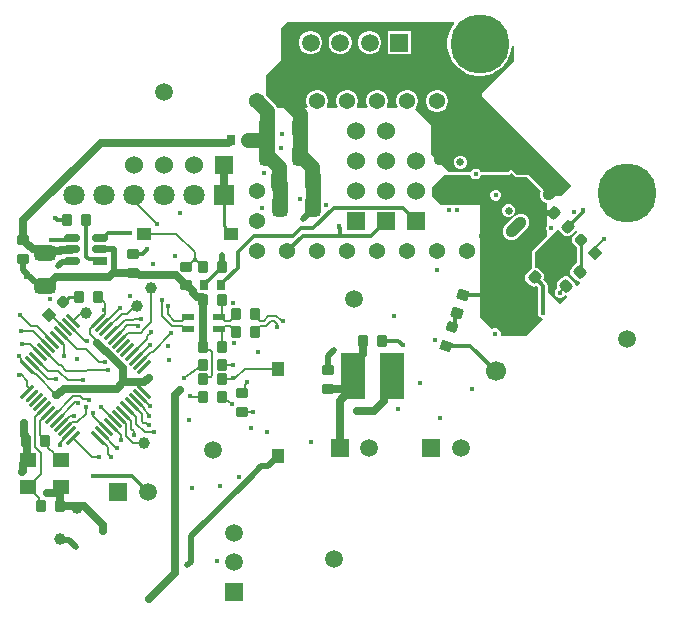
<source format=gbr>
%TF.GenerationSoftware,Altium Limited,Altium Designer,23.11.1 (41)*%
G04 Layer_Physical_Order=1*
G04 Layer_Color=255*
%FSLAX26Y26*%
%MOIN*%
%TF.SameCoordinates,F82F4D49-2E87-4C35-BC9D-0006C00306D8*%
%TF.FilePolarity,Positive*%
%TF.FileFunction,Copper,L1,Top,Signal*%
%TF.Part,CustomerPanel*%
G01*
G75*
%TA.AperFunction,SMDPad,CuDef*%
%ADD10R,0.047244X0.039370*%
%ADD11R,0.051181X0.027559*%
G04:AMPARAMS|DCode=12|XSize=27.559mil|YSize=51.181mil|CornerRadius=6.89mil|HoleSize=0mil|Usage=FLASHONLY|Rotation=270.000|XOffset=0mil|YOffset=0mil|HoleType=Round|Shape=RoundedRectangle|*
%AMROUNDEDRECTD12*
21,1,0.027559,0.037401,0,0,270.0*
21,1,0.013780,0.051181,0,0,270.0*
1,1,0.013780,-0.018701,-0.006890*
1,1,0.013780,-0.018701,0.006890*
1,1,0.013780,0.018701,0.006890*
1,1,0.013780,0.018701,-0.006890*
%
%ADD12ROUNDEDRECTD12*%
%ADD13R,0.055118X0.047244*%
G04:AMPARAMS|DCode=14|XSize=39.37mil|YSize=35.433mil|CornerRadius=8.858mil|HoleSize=0mil|Usage=FLASHONLY|Rotation=90.000|XOffset=0mil|YOffset=0mil|HoleType=Round|Shape=RoundedRectangle|*
%AMROUNDEDRECTD14*
21,1,0.039370,0.017717,0,0,90.0*
21,1,0.021654,0.035433,0,0,90.0*
1,1,0.017716,0.008858,0.010827*
1,1,0.017716,0.008858,-0.010827*
1,1,0.017716,-0.008858,-0.010827*
1,1,0.017716,-0.008858,0.010827*
%
%ADD14ROUNDEDRECTD14*%
%TA.AperFunction,ConnectorPad*%
G04:AMPARAMS|DCode=15|XSize=58.071mil|YSize=11.811mil|CornerRadius=0mil|HoleSize=0mil|Usage=FLASHONLY|Rotation=45.000|XOffset=0mil|YOffset=0mil|HoleType=Round|Shape=Rectangle|*
%AMROTATEDRECTD15*
4,1,4,-0.016355,-0.024707,-0.024707,-0.016355,0.016355,0.024707,0.024707,0.016355,-0.016355,-0.024707,0.0*
%
%ADD15ROTATEDRECTD15*%

G04:AMPARAMS|DCode=16|XSize=58.071mil|YSize=11.811mil|CornerRadius=0mil|HoleSize=0mil|Usage=FLASHONLY|Rotation=45.000|XOffset=0mil|YOffset=0mil|HoleType=Round|Shape=Round|*
%AMOVALD16*
21,1,0.046260,0.011811,0.000000,0.000000,45.0*
1,1,0.011811,-0.016355,-0.016355*
1,1,0.011811,0.016355,0.016355*
%
%ADD16OVALD16*%

G04:AMPARAMS|DCode=17|XSize=58.071mil|YSize=11.811mil|CornerRadius=2.953mil|HoleSize=0mil|Usage=FLASHONLY|Rotation=45.000|XOffset=0mil|YOffset=0mil|HoleType=Round|Shape=RoundedRectangle|*
%AMROUNDEDRECTD17*
21,1,0.058071,0.005905,0,0,45.0*
21,1,0.052165,0.011811,0,0,45.0*
1,1,0.005906,0.020531,0.016355*
1,1,0.005906,-0.016355,-0.020531*
1,1,0.005906,-0.020531,-0.016355*
1,1,0.005906,0.016355,0.020531*
%
%ADD17ROUNDEDRECTD17*%
G04:AMPARAMS|DCode=18|XSize=58.071mil|YSize=11.811mil|CornerRadius=2.953mil|HoleSize=0mil|Usage=FLASHONLY|Rotation=135.000|XOffset=0mil|YOffset=0mil|HoleType=Round|Shape=RoundedRectangle|*
%AMROUNDEDRECTD18*
21,1,0.058071,0.005905,0,0,135.0*
21,1,0.052165,0.011811,0,0,135.0*
1,1,0.005906,-0.016355,0.020531*
1,1,0.005906,0.020531,-0.016355*
1,1,0.005906,0.016355,-0.020531*
1,1,0.005906,-0.020531,0.016355*
%
%ADD18ROUNDEDRECTD18*%
%TA.AperFunction,SMDPad,CuDef*%
%ADD19C,0.039000*%
G04:AMPARAMS|DCode=20|XSize=37.402mil|YSize=33.465mil|CornerRadius=8.366mil|HoleSize=0mil|Usage=FLASHONLY|Rotation=162.000|XOffset=0mil|YOffset=0mil|HoleType=Round|Shape=RoundedRectangle|*
%AMROUNDEDRECTD20*
21,1,0.037402,0.016732,0,0,162.0*
21,1,0.020669,0.033465,0,0,162.0*
1,1,0.016732,-0.007244,0.011150*
1,1,0.016732,0.012414,0.004763*
1,1,0.016732,0.007244,-0.011150*
1,1,0.016732,-0.012414,-0.004763*
%
%ADD20ROUNDEDRECTD20*%
G04:AMPARAMS|DCode=21|XSize=37.402mil|YSize=33.465mil|CornerRadius=0mil|HoleSize=0mil|Usage=FLASHONLY|Rotation=162.000|XOffset=0mil|YOffset=0mil|HoleType=Round|Shape=Rectangle|*
%AMROTATEDRECTD21*
4,1,4,0.022956,0.010134,0.012615,-0.021692,-0.022956,-0.010134,-0.012615,0.021692,0.022956,0.010134,0.0*
%
%ADD21ROTATEDRECTD21*%

%ADD22R,0.041339X0.023622*%
G04:AMPARAMS|DCode=23|XSize=59.055mil|YSize=137.795mil|CornerRadius=14.764mil|HoleSize=0mil|Usage=FLASHONLY|Rotation=225.000|XOffset=0mil|YOffset=0mil|HoleType=Round|Shape=RoundedRectangle|*
%AMROUNDEDRECTD23*
21,1,0.059055,0.108268,0,0,225.0*
21,1,0.029527,0.137795,0,0,225.0*
1,1,0.029528,-0.048718,0.027839*
1,1,0.029528,-0.027839,0.048718*
1,1,0.029528,0.048718,-0.027839*
1,1,0.029528,0.027839,-0.048718*
%
%ADD23ROUNDEDRECTD23*%
G04:AMPARAMS|DCode=24|XSize=59.055mil|YSize=137.795mil|CornerRadius=0mil|HoleSize=0mil|Usage=FLASHONLY|Rotation=225.000|XOffset=0mil|YOffset=0mil|HoleType=Round|Shape=Rectangle|*
%AMROTATEDRECTD24*
4,1,4,-0.027839,0.069597,0.069597,-0.027839,0.027839,-0.069597,-0.069597,0.027839,-0.027839,0.069597,0.0*
%
%ADD24ROTATEDRECTD24*%

%ADD25R,0.031496X0.035433*%
%TA.AperFunction,FiducialPad,Global*%
%ADD26C,0.059055*%
%TA.AperFunction,SMDPad,CuDef*%
G04:AMPARAMS|DCode=27|XSize=70.866mil|YSize=51.181mil|CornerRadius=12.795mil|HoleSize=0mil|Usage=FLASHONLY|Rotation=270.000|XOffset=0mil|YOffset=0mil|HoleType=Round|Shape=RoundedRectangle|*
%AMROUNDEDRECTD27*
21,1,0.070866,0.025591,0,0,270.0*
21,1,0.045276,0.051181,0,0,270.0*
1,1,0.025590,-0.012795,-0.022638*
1,1,0.025590,-0.012795,0.022638*
1,1,0.025590,0.012795,0.022638*
1,1,0.025590,0.012795,-0.022638*
%
%ADD27ROUNDEDRECTD27*%
G04:AMPARAMS|DCode=28|XSize=39.37mil|YSize=35.433mil|CornerRadius=8.858mil|HoleSize=0mil|Usage=FLASHONLY|Rotation=180.000|XOffset=0mil|YOffset=0mil|HoleType=Round|Shape=RoundedRectangle|*
%AMROUNDEDRECTD28*
21,1,0.039370,0.017717,0,0,180.0*
21,1,0.021654,0.035433,0,0,180.0*
1,1,0.017716,-0.010827,0.008858*
1,1,0.017716,0.010827,0.008858*
1,1,0.017716,0.010827,-0.008858*
1,1,0.017716,-0.010827,-0.008858*
%
%ADD28ROUNDEDRECTD28*%
G04:AMPARAMS|DCode=29|XSize=70.866mil|YSize=51.181mil|CornerRadius=12.795mil|HoleSize=0mil|Usage=FLASHONLY|Rotation=180.000|XOffset=0mil|YOffset=0mil|HoleType=Round|Shape=RoundedRectangle|*
%AMROUNDEDRECTD29*
21,1,0.070866,0.025591,0,0,180.0*
21,1,0.045276,0.051181,0,0,180.0*
1,1,0.025590,-0.022638,0.012795*
1,1,0.025590,0.022638,0.012795*
1,1,0.025590,0.022638,-0.012795*
1,1,0.025590,-0.022638,-0.012795*
%
%ADD29ROUNDEDRECTD29*%
%ADD30R,0.039370X0.047244*%
%ADD31R,0.078740X0.157480*%
G04:AMPARAMS|DCode=32|XSize=37.402mil|YSize=33.465mil|CornerRadius=8.366mil|HoleSize=0mil|Usage=FLASHONLY|Rotation=225.000|XOffset=0mil|YOffset=0mil|HoleType=Round|Shape=RoundedRectangle|*
%AMROUNDEDRECTD32*
21,1,0.037402,0.016732,0,0,225.0*
21,1,0.020669,0.033465,0,0,225.0*
1,1,0.016732,-0.013223,-0.001392*
1,1,0.016732,0.001392,0.013223*
1,1,0.016732,0.013223,0.001392*
1,1,0.016732,-0.001392,-0.013223*
%
%ADD32ROUNDEDRECTD32*%
G04:AMPARAMS|DCode=33|XSize=37.402mil|YSize=33.465mil|CornerRadius=0mil|HoleSize=0mil|Usage=FLASHONLY|Rotation=225.000|XOffset=0mil|YOffset=0mil|HoleType=Round|Shape=Rectangle|*
%AMROTATEDRECTD33*
4,1,4,0.001392,0.025055,0.025055,0.001392,-0.001392,-0.025055,-0.025055,-0.001392,0.001392,0.025055,0.0*
%
%ADD33ROTATEDRECTD33*%

G04:AMPARAMS|DCode=34|XSize=37.402mil|YSize=33.465mil|CornerRadius=8.366mil|HoleSize=0mil|Usage=FLASHONLY|Rotation=135.000|XOffset=0mil|YOffset=0mil|HoleType=Round|Shape=RoundedRectangle|*
%AMROUNDEDRECTD34*
21,1,0.037402,0.016732,0,0,135.0*
21,1,0.020669,0.033465,0,0,135.0*
1,1,0.016732,-0.001392,0.013223*
1,1,0.016732,0.013223,-0.001392*
1,1,0.016732,0.001392,-0.013223*
1,1,0.016732,-0.013223,0.001392*
%
%ADD34ROUNDEDRECTD34*%
G04:AMPARAMS|DCode=35|XSize=37.402mil|YSize=33.465mil|CornerRadius=0mil|HoleSize=0mil|Usage=FLASHONLY|Rotation=135.000|XOffset=0mil|YOffset=0mil|HoleType=Round|Shape=Rectangle|*
%AMROTATEDRECTD35*
4,1,4,0.025055,-0.001392,0.001392,-0.025055,-0.025055,0.001392,-0.001392,0.025055,0.025055,-0.001392,0.0*
%
%ADD35ROTATEDRECTD35*%

G04:AMPARAMS|DCode=36|XSize=39.37mil|YSize=35.433mil|CornerRadius=8.858mil|HoleSize=0mil|Usage=FLASHONLY|Rotation=225.000|XOffset=0mil|YOffset=0mil|HoleType=Round|Shape=RoundedRectangle|*
%AMROUNDEDRECTD36*
21,1,0.039370,0.017717,0,0,225.0*
21,1,0.021654,0.035433,0,0,225.0*
1,1,0.017716,-0.013920,-0.001392*
1,1,0.017716,0.001392,0.013920*
1,1,0.017716,0.013920,0.001392*
1,1,0.017716,-0.001392,-0.013920*
%
%ADD36ROUNDEDRECTD36*%
G04:AMPARAMS|DCode=37|XSize=39.37mil|YSize=35.433mil|CornerRadius=8.858mil|HoleSize=0mil|Usage=FLASHONLY|Rotation=315.000|XOffset=0mil|YOffset=0mil|HoleType=Round|Shape=RoundedRectangle|*
%AMROUNDEDRECTD37*
21,1,0.039370,0.017717,0,0,315.0*
21,1,0.021654,0.035433,0,0,315.0*
1,1,0.017716,0.001392,-0.013920*
1,1,0.017716,-0.013920,0.001392*
1,1,0.017716,-0.001392,0.013920*
1,1,0.017716,0.013920,-0.001392*
%
%ADD37ROUNDEDRECTD37*%
G04:AMPARAMS|DCode=38|XSize=39.37mil|YSize=35.433mil|CornerRadius=8.858mil|HoleSize=0mil|Usage=FLASHONLY|Rotation=162.000|XOffset=0mil|YOffset=0mil|HoleType=Round|Shape=RoundedRectangle|*
%AMROUNDEDRECTD38*
21,1,0.039370,0.017717,0,0,162.0*
21,1,0.021654,0.035433,0,0,162.0*
1,1,0.017716,-0.007560,0.011771*
1,1,0.017716,0.013034,0.005079*
1,1,0.017716,0.007560,-0.011771*
1,1,0.017716,-0.013034,-0.005079*
%
%ADD38ROUNDEDRECTD38*%
%TA.AperFunction,Conductor*%
%ADD39C,0.020000*%
%ADD40C,0.008000*%
%ADD41C,0.025000*%
%ADD42C,0.012000*%
%ADD43C,0.010000*%
%ADD44C,0.050000*%
%TA.AperFunction,ComponentPad*%
%ADD45C,0.054000*%
%ADD46P,0.094652X4X296.0*%
%ADD47C,0.066929*%
%ADD48C,0.070866*%
%ADD49R,0.070866X0.070866*%
%ADD50R,0.059000X0.059000*%
%ADD51C,0.060000*%
%ADD52R,0.059370X0.059370*%
%ADD53C,0.059370*%
%ADD54R,0.059370X0.059370*%
G04:AMPARAMS|DCode=55|XSize=39.37mil|YSize=62.992mil|CornerRadius=0mil|HoleSize=0mil|Usage=FLASHONLY|Rotation=315.000|XOffset=0mil|YOffset=0mil|HoleType=Round|Shape=Round|*
%AMOVALD55*
21,1,0.023622,0.039370,0.000000,0.000000,45.0*
1,1,0.039370,-0.008352,-0.008352*
1,1,0.039370,0.008352,0.008352*
%
%ADD55OVALD55*%

%ADD56C,0.026575*%
G04:AMPARAMS|DCode=57|XSize=39.37mil|YSize=82.677mil|CornerRadius=0mil|HoleSize=0mil|Usage=FLASHONLY|Rotation=315.000|XOffset=0mil|YOffset=0mil|HoleType=Round|Shape=Round|*
%AMOVALD57*
21,1,0.043307,0.039370,0.000000,0.000000,45.0*
1,1,0.039370,-0.015311,-0.015311*
1,1,0.039370,0.015311,0.015311*
%
%ADD57OVALD57*%

%ADD58R,0.059000X0.059000*%
%TA.AperFunction,ViaPad*%
%ADD59C,0.196850*%
%ADD60C,0.059055*%
%ADD61C,0.019685*%
%ADD62C,0.017716*%
G36*
X2056285Y1500000D02*
X2105905D01*
X2150862Y1455044D01*
X2148897Y1450299D01*
X2147911Y1442811D01*
X2148897Y1435323D01*
X2151787Y1428345D01*
X2156385Y1422352D01*
X2162377Y1417755D01*
X2169355Y1414864D01*
X2170421Y1414724D01*
Y1339284D01*
X2168047Y1333552D01*
Y1326448D01*
X2170421Y1320716D01*
Y1303477D01*
X2123433Y1256489D01*
X2121443Y1253512D01*
X2120745Y1250000D01*
Y1200450D01*
X2120834Y1200003D01*
X2120789Y1199550D01*
X2121180Y1198261D01*
X2121443Y1196938D01*
X2118438Y1193975D01*
X2103127Y1178663D01*
X2099180Y1172756D01*
X2097794Y1165788D01*
X2099180Y1158820D01*
X2103127Y1152913D01*
X2115654Y1140386D01*
X2121561Y1136439D01*
X2128529Y1135053D01*
X2135497Y1136439D01*
X2137617Y1137855D01*
X2142612Y1132861D01*
Y1057743D01*
X2140047Y1051552D01*
Y1044448D01*
X2142766Y1037884D01*
X2147790Y1032861D01*
X2154353Y1030142D01*
X2154976D01*
X2157047Y1025142D01*
X2102905Y971000D01*
X2019421D01*
X2016643Y975157D01*
X2016764Y975448D01*
Y982552D01*
X2014045Y989116D01*
X2009021Y994139D01*
X2002458Y996858D01*
X1995353D01*
X1988790Y994139D01*
X1988278Y993628D01*
X1946850Y1035055D01*
Y1407945D01*
X1876106Y1407945D01*
X1874851Y1408465D01*
X1867747D01*
X1866493Y1407945D01*
X1849389D01*
X1848135Y1408465D01*
X1841030D01*
X1839776Y1407945D01*
X1818433D01*
X1789370Y1437008D01*
X1789370Y1468504D01*
X1828740Y1507874D01*
X1916047D01*
Y1507448D01*
X1918766Y1500884D01*
X1923790Y1495861D01*
X1930353Y1493142D01*
X1937458D01*
X1944021Y1495861D01*
X1949045Y1500884D01*
X1951764Y1507448D01*
Y1507874D01*
X2056151D01*
X2056285Y1500000D01*
D02*
G37*
G36*
X1862706Y2012430D02*
X1854943Y2001745D01*
X1847267Y1986679D01*
X1842041Y1970598D01*
X1839396Y1953897D01*
Y1936988D01*
X1842041Y1920287D01*
X1847267Y1904205D01*
X1854943Y1889139D01*
X1864882Y1875459D01*
X1876839Y1863503D01*
X1890518Y1853564D01*
X1905584Y1845887D01*
X1921666Y1840662D01*
X1938367Y1838017D01*
X1955276D01*
X1971977Y1840662D01*
X1988059Y1845887D01*
X2003125Y1853564D01*
X2016804Y1863503D01*
X2028761Y1875459D01*
X2038700Y1889139D01*
X2046376Y1904205D01*
X2051602Y1920287D01*
X2054247Y1936988D01*
X2059247Y1939497D01*
X2059857Y1939090D01*
Y1884791D01*
X1955909Y1780843D01*
X1954169Y1778239D01*
X1953558Y1775167D01*
X1954169Y1772094D01*
X1955909Y1769490D01*
X1955909Y1769489D01*
X2253448Y1471951D01*
X2218504Y1437008D01*
X2158131D01*
X2157837Y1437718D01*
X2157166Y1442811D01*
X2157837Y1447903D01*
X2159340Y1451532D01*
X2160038Y1455043D01*
X2159340Y1458555D01*
X2157351Y1461532D01*
X2112394Y1506489D01*
X2109417Y1508478D01*
X2105905Y1509176D01*
X2071432D01*
X2052964Y1527644D01*
X2042370Y1517050D01*
X1951764D01*
X1950808Y1516860D01*
X1949045Y1521116D01*
X1944021Y1526139D01*
X1937458Y1528858D01*
X1930353D01*
X1923790Y1526139D01*
X1918766Y1521116D01*
X1917003Y1516860D01*
X1916047Y1517050D01*
X1843186D01*
X1785433Y1574803D01*
Y1673228D01*
X1730106Y1728555D01*
X1733904Y1732353D01*
X1738644Y1740562D01*
X1741097Y1749718D01*
Y1759197D01*
X1738644Y1768353D01*
X1733904Y1776562D01*
X1727202Y1783265D01*
X1718993Y1788005D01*
X1709837Y1790458D01*
X1700358D01*
X1691202Y1788005D01*
X1682993Y1783265D01*
X1676290Y1776562D01*
X1671551Y1768353D01*
X1669097Y1759197D01*
Y1749718D01*
X1671551Y1740562D01*
X1673444Y1737284D01*
X1670557Y1732284D01*
X1639638D01*
X1636751Y1737284D01*
X1638644Y1740562D01*
X1641097Y1749718D01*
Y1759197D01*
X1638644Y1768353D01*
X1633904Y1776562D01*
X1627202Y1783265D01*
X1618993Y1788005D01*
X1609837Y1790458D01*
X1600358D01*
X1591202Y1788005D01*
X1582993Y1783265D01*
X1576290Y1776562D01*
X1571551Y1768353D01*
X1569097Y1759197D01*
Y1749718D01*
X1571551Y1740562D01*
X1573444Y1737284D01*
X1570557Y1732284D01*
X1539637D01*
X1536751Y1737284D01*
X1538644Y1740563D01*
X1541097Y1749719D01*
Y1759198D01*
X1538644Y1768354D01*
X1533904Y1776563D01*
X1527202Y1783265D01*
X1518993Y1788005D01*
X1509837Y1790458D01*
X1500358D01*
X1491202Y1788005D01*
X1482993Y1783265D01*
X1476290Y1776563D01*
X1471551Y1768354D01*
X1469097Y1759198D01*
Y1749719D01*
X1471551Y1740563D01*
X1473444Y1737284D01*
X1470557Y1732284D01*
X1439637D01*
X1436751Y1737284D01*
X1438644Y1740563D01*
X1441097Y1749719D01*
Y1759198D01*
X1438644Y1768354D01*
X1433904Y1776563D01*
X1427202Y1783265D01*
X1418993Y1788005D01*
X1409837Y1790458D01*
X1400358D01*
X1391202Y1788005D01*
X1382993Y1783265D01*
X1376290Y1776563D01*
X1371551Y1768354D01*
X1369097Y1759198D01*
Y1749719D01*
X1371551Y1740563D01*
X1373444Y1737284D01*
X1370557Y1732284D01*
X1273622D01*
X1267648Y1738258D01*
X1267297Y1739103D01*
X1261848Y1746206D01*
X1237201Y1770852D01*
X1234252Y1775960D01*
Y1840260D01*
X1283774Y1889781D01*
X1285514Y1892386D01*
X1286125Y1895458D01*
Y1999133D01*
X1304422Y2017430D01*
X1860159D01*
X1862706Y2012430D01*
D02*
G37*
G36*
X2211874Y1324882D02*
X2213981Y1321730D01*
X2226508Y1309202D01*
X2232415Y1305255D01*
X2239383Y1303869D01*
X2246351Y1305255D01*
X2252258Y1309202D01*
X2265744Y1322688D01*
X2270585Y1320521D01*
X2270627Y1320466D01*
X2270363Y1315767D01*
X2258376Y1303780D01*
X2254538Y1298036D01*
X2253190Y1291260D01*
X2254538Y1284484D01*
X2258376Y1278740D01*
X2269845Y1267270D01*
Y1213134D01*
X2265878Y1210483D01*
X2253351Y1197955D01*
X2249404Y1192048D01*
X2248017Y1185080D01*
X2249404Y1178112D01*
X2253351Y1172205D01*
X2268662Y1156894D01*
X2274569Y1152947D01*
X2280409Y1151785D01*
X2282056Y1148556D01*
X2282379Y1146683D01*
X2272608Y1136912D01*
X2270736Y1137236D01*
X2267506Y1138882D01*
X2266345Y1144722D01*
X2262398Y1150629D01*
X2247086Y1165941D01*
X2241179Y1169888D01*
X2234211Y1171274D01*
X2227243Y1169888D01*
X2221336Y1165941D01*
X2208809Y1153413D01*
X2204861Y1147506D01*
X2203475Y1140538D01*
X2204861Y1133570D01*
X2205227Y1133024D01*
X2204437Y1130418D01*
X2199413Y1125395D01*
X2196694Y1118831D01*
Y1111727D01*
X2199413Y1105163D01*
X2204437Y1100140D01*
X2211000Y1097421D01*
X2218105D01*
X2224669Y1100140D01*
X2229692Y1105163D01*
X2230958Y1108220D01*
X2235867Y1107243D01*
X2237514Y1104013D01*
X2237837Y1102141D01*
X2213517Y1077822D01*
X2173199Y1118139D01*
Y1139196D01*
X2172035Y1145049D01*
X2168720Y1150010D01*
X2159246Y1159484D01*
X2160663Y1161604D01*
X2162049Y1168572D01*
X2160663Y1175540D01*
X2156716Y1181447D01*
X2144188Y1193975D01*
X2138281Y1197922D01*
X2131313Y1199308D01*
X2129921Y1200450D01*
Y1250000D01*
X2193905Y1313984D01*
X2196021Y1314861D01*
X2201045Y1319884D01*
X2201922Y1322000D01*
X2205694Y1325773D01*
X2211874Y1324882D01*
D02*
G37*
%LPC*%
G36*
X2004458Y1457858D02*
X1997353D01*
X1990790Y1455139D01*
X1985766Y1450116D01*
X1983047Y1443552D01*
Y1437071D01*
D01*
Y1436448D01*
X1985766Y1429884D01*
X1990790Y1424861D01*
X1997353Y1422142D01*
X2004458D01*
X2011021Y1424861D01*
X2016045Y1429884D01*
X2018764Y1436448D01*
Y1443552D01*
X2016045Y1450116D01*
X2011021Y1455139D01*
X2004458Y1457858D01*
D02*
G37*
G36*
X2048205Y1411650D02*
X2039339D01*
X2031147Y1408257D01*
X2024878Y1401987D01*
X2021484Y1393796D01*
Y1384929D01*
X2024878Y1376738D01*
X2031147Y1370468D01*
X2039339Y1367075D01*
X2048205D01*
X2056397Y1370468D01*
X2062666Y1376738D01*
X2066059Y1384929D01*
Y1393796D01*
X2062666Y1401987D01*
X2056397Y1408257D01*
X2048205Y1411650D01*
D02*
G37*
G36*
X2084140Y1379040D02*
X2076652Y1378054D01*
X2069674Y1375164D01*
X2063682Y1370566D01*
X2033059Y1339943D01*
X2028461Y1333951D01*
X2025571Y1326973D01*
X2024585Y1319485D01*
X2025571Y1311996D01*
X2028461Y1305018D01*
X2033059Y1299026D01*
X2039051Y1294428D01*
X2046029Y1291538D01*
X2053517Y1290552D01*
X2061006Y1291538D01*
X2067983Y1294428D01*
X2073976Y1299026D01*
X2104598Y1329649D01*
X2109196Y1335641D01*
X2112087Y1342619D01*
X2113073Y1350108D01*
X2112087Y1357596D01*
X2109196Y1364574D01*
X2104598Y1370566D01*
X2098606Y1375164D01*
X2091628Y1378054D01*
X2084140Y1379040D01*
D02*
G37*
G36*
X1717420Y1987812D02*
X1640050D01*
Y1910442D01*
X1717420D01*
Y1987812D01*
D02*
G37*
G36*
X1585403D02*
X1575217D01*
X1565378Y1985176D01*
X1556557Y1980083D01*
X1549354Y1972880D01*
X1544261Y1964059D01*
X1541625Y1954220D01*
Y1944034D01*
X1544261Y1934195D01*
X1549354Y1925374D01*
X1556557Y1918171D01*
X1565378Y1913079D01*
X1575217Y1910442D01*
X1585403D01*
X1595242Y1913079D01*
X1604063Y1918171D01*
X1611265Y1925374D01*
X1616359Y1934195D01*
X1618995Y1944034D01*
Y1954220D01*
X1616359Y1964059D01*
X1611265Y1972880D01*
X1604063Y1980083D01*
X1595242Y1985176D01*
X1585403Y1987812D01*
D02*
G37*
G36*
X1486977D02*
X1476791D01*
X1466953Y1985176D01*
X1458131Y1980083D01*
X1450929Y1972880D01*
X1445836Y1964059D01*
X1443199Y1954220D01*
Y1944034D01*
X1445836Y1934195D01*
X1450929Y1925374D01*
X1458131Y1918171D01*
X1466953Y1913079D01*
X1476791Y1910442D01*
X1486977D01*
X1496816Y1913079D01*
X1505638Y1918171D01*
X1512840Y1925374D01*
X1517933Y1934195D01*
X1520569Y1944034D01*
Y1954220D01*
X1517933Y1964059D01*
X1512840Y1972880D01*
X1505638Y1980083D01*
X1496816Y1985176D01*
X1486977Y1987812D01*
D02*
G37*
G36*
X1388552D02*
X1378366D01*
X1368527Y1985176D01*
X1359706Y1980083D01*
X1352504Y1972880D01*
X1347411Y1964059D01*
X1344774Y1954220D01*
Y1944034D01*
X1347411Y1934195D01*
X1352504Y1925374D01*
X1359706Y1918171D01*
X1368527Y1913079D01*
X1378366Y1910442D01*
X1388552D01*
X1398391Y1913079D01*
X1407212Y1918171D01*
X1414415Y1925374D01*
X1419508Y1934195D01*
X1422144Y1944034D01*
Y1954220D01*
X1419508Y1964059D01*
X1414415Y1972880D01*
X1407212Y1980083D01*
X1398391Y1985176D01*
X1388552Y1987812D01*
D02*
G37*
G36*
X1809837Y1790458D02*
X1800358D01*
X1791202Y1788005D01*
X1782993Y1783265D01*
X1776290Y1776562D01*
X1771551Y1768353D01*
X1769097Y1759197D01*
Y1749718D01*
X1771551Y1740562D01*
X1776290Y1732353D01*
X1782993Y1725651D01*
X1791202Y1720911D01*
X1800358Y1718458D01*
X1809837D01*
X1818993Y1720911D01*
X1827202Y1725651D01*
X1833904Y1732353D01*
X1838644Y1740562D01*
X1841097Y1749718D01*
Y1759197D01*
X1838644Y1768353D01*
X1833904Y1776562D01*
X1827202Y1783265D01*
X1818993Y1788005D01*
X1809837Y1790458D01*
D02*
G37*
G36*
X1887301Y1572554D02*
X1878435D01*
X1870243Y1569161D01*
X1863974Y1562891D01*
X1860581Y1554700D01*
Y1545833D01*
X1863974Y1537642D01*
X1870243Y1531372D01*
X1878435Y1527979D01*
X1887301D01*
X1895493Y1531372D01*
X1901762Y1537642D01*
X1905155Y1545833D01*
Y1554700D01*
X1901762Y1562891D01*
X1895493Y1569161D01*
X1887301Y1572554D01*
D02*
G37*
%LPD*%
D10*
X828236Y1312000D02*
D03*
X1119575D02*
D03*
D11*
X681102Y1222441D02*
D03*
D12*
Y1259842D02*
D03*
Y1297244D02*
D03*
X586614Y1297244D02*
D03*
Y1259843D02*
D03*
X586614Y1222441D02*
D03*
D13*
X551063Y556811D02*
D03*
Y466811D02*
D03*
X441063Y556811D02*
D03*
Y466811D02*
D03*
D14*
X1025591Y767716D02*
D03*
X1088583D02*
D03*
Y1092520D02*
D03*
X1025591D02*
D03*
X484252Y403543D02*
D03*
X547244D02*
D03*
X498031Y620079D02*
D03*
X435039D02*
D03*
X572835Y1358268D02*
D03*
X635827D02*
D03*
X1088583Y935039D02*
D03*
X1025590D02*
D03*
X1088583Y826772D02*
D03*
X1025591D02*
D03*
X1088583Y1200787D02*
D03*
X1025591D02*
D03*
X1196850Y984252D02*
D03*
X1133858D02*
D03*
X1196850Y1043307D02*
D03*
X1133858D02*
D03*
X1557087Y954724D02*
D03*
X1620079D02*
D03*
X675197Y1102362D02*
D03*
X612205D02*
D03*
X1088583Y875984D02*
D03*
X1025591D02*
D03*
D15*
X439320Y785347D02*
D03*
D16*
X453240Y771428D02*
D03*
D17*
X467159Y757509D02*
D03*
X481079Y743589D02*
D03*
X494998Y729670D02*
D03*
X508918Y715750D02*
D03*
X522837Y701831D02*
D03*
X536756Y687912D02*
D03*
X550676Y673992D02*
D03*
X564595Y660073D02*
D03*
X578515Y646153D02*
D03*
X592434Y632234D02*
D03*
X828396Y868196D02*
D03*
X814477Y882115D02*
D03*
X800557Y896035D02*
D03*
X786638Y909954D02*
D03*
X772718Y923874D02*
D03*
X758799Y937793D02*
D03*
X744880Y951712D02*
D03*
X730960Y965632D02*
D03*
X717041Y979551D02*
D03*
X703121Y993471D02*
D03*
X689202Y1007390D02*
D03*
X675283Y1021310D02*
D03*
D18*
Y632234D02*
D03*
X689202Y646153D02*
D03*
X703121Y660073D02*
D03*
X717041Y673992D02*
D03*
X730960Y687912D02*
D03*
X744880Y701831D02*
D03*
X758799Y715750D02*
D03*
X772718Y729670D02*
D03*
X786638Y743589D02*
D03*
X800557Y757509D02*
D03*
X814477Y771428D02*
D03*
X828396Y785347D02*
D03*
X592434Y1021310D02*
D03*
X578515Y1007390D02*
D03*
X564595Y993471D02*
D03*
X550676Y979551D02*
D03*
X536756Y965632D02*
D03*
X522837Y951712D02*
D03*
X508918Y937793D02*
D03*
X494998Y923874D02*
D03*
X481079Y909954D02*
D03*
X467159Y896035D02*
D03*
X453240Y882115D02*
D03*
X439320Y868196D02*
D03*
D19*
X828905Y616000D02*
D03*
X548905Y293000D02*
D03*
X635905Y1049000D02*
D03*
X805905Y1072000D02*
D03*
X605905Y399000D02*
D03*
X851905Y1132000D02*
D03*
D20*
X1854942Y1000890D02*
D03*
D21*
X1834869Y939110D02*
D03*
D22*
X975394Y994095D02*
D03*
X1079724Y994095D02*
D03*
Y1033465D02*
D03*
X975394D02*
D03*
D23*
X1938824Y1587297D02*
D03*
D24*
X2080803Y1445319D02*
D03*
D25*
X1118110Y1624016D02*
D03*
X1173228D02*
D03*
X1029527Y1141732D02*
D03*
X1084646D02*
D03*
D26*
X896349Y1785442D02*
D03*
X1461932Y227159D02*
D03*
X2437152Y960332D02*
D03*
D27*
X1281467Y1404104D02*
D03*
X1391703D02*
D03*
X1279787Y1488000D02*
D03*
X1390024D02*
D03*
X1238189Y1574803D02*
D03*
X1348425D02*
D03*
X1238189Y1663386D02*
D03*
X1348425D02*
D03*
D28*
X968504Y1202756D02*
D03*
Y1139764D02*
D03*
X1440945Y795276D02*
D03*
Y858268D02*
D03*
X425906Y1228504D02*
D03*
Y1291496D02*
D03*
X791905Y1182504D02*
D03*
Y1245496D02*
D03*
X1155512Y716535D02*
D03*
Y779528D02*
D03*
D29*
X498906Y1247118D02*
D03*
Y1136882D02*
D03*
D30*
X1273622Y570866D02*
D03*
Y862205D02*
D03*
D31*
X1523583Y836614D02*
D03*
X1653583D02*
D03*
D32*
X2284120Y1292652D02*
D03*
D33*
X2330054Y1246718D02*
D03*
D34*
X558400Y1085959D02*
D03*
D35*
X512466Y1040025D02*
D03*
D36*
X2196233Y1380539D02*
D03*
X2240775Y1335997D02*
D03*
X2085379Y1211722D02*
D03*
X2129921Y1167180D02*
D03*
D37*
X2235603Y1139146D02*
D03*
X2280145Y1183688D02*
D03*
D38*
X1890371Y1107909D02*
D03*
X1870906Y1048000D02*
D03*
D39*
X1179961Y498055D02*
Y498841D01*
X984905Y303000D02*
X1179961Y498055D01*
X984905Y219000D02*
Y303000D01*
X1219495Y538375D02*
X1241131D01*
X1179961Y498841D02*
X1219495Y538375D01*
X577407Y291498D02*
X601905Y267000D01*
X548905Y293000D02*
X550407Y291498D01*
X577407D01*
X723409Y1182504D02*
X727905Y1187000D01*
X539905Y1205000D02*
X553567Y1218661D01*
X582835D01*
X586614Y1222441D01*
X425906Y1190000D02*
X441121Y1174785D01*
X1241131Y538375D02*
X1260000Y557244D01*
X1263937D02*
X1273622Y566929D01*
X1260000Y557244D02*
X1263937D01*
X1273622Y566929D02*
Y570866D01*
X972905Y207000D02*
X984905Y219000D01*
X1086906Y1202465D02*
X1088583Y1200787D01*
X1086906Y1202465D02*
Y1241000D01*
X1358541Y1361942D02*
Y1362520D01*
X1391703Y1395683D01*
Y1404104D01*
X445532Y1170373D02*
X465159Y1150747D01*
X425906Y1190000D02*
Y1228504D01*
X485041Y1150747D02*
X498906Y1136882D01*
X465159Y1150747D02*
X485041D01*
X681102Y1259842D02*
X727905D01*
Y1187000D02*
Y1259842D01*
X2194841Y1379147D02*
X2196233Y1380539D01*
X2163367D02*
X2182536D01*
X2183928Y1379147D02*
X2194841D01*
X2182536Y1380539D02*
X2183928Y1379147D01*
X1440945Y858268D02*
Y904236D01*
X1461906Y925197D01*
D40*
X828279Y993582D02*
Y994047D01*
X816212Y981979D02*
X816676D01*
X788142Y1007226D02*
X801604D01*
X764408Y1025726D02*
X791868D01*
X804993Y1003837D02*
X807622D01*
X801604Y1007226D02*
X804993Y1003837D01*
X791868Y1025726D02*
X795096Y1028955D01*
X828279Y994047D02*
X851905Y1017673D01*
X798546Y981010D02*
X815243D01*
X816676Y981979D02*
X828279Y993582D01*
X815243Y981010D02*
X816212Y981979D01*
X795096Y1028955D02*
X816726D01*
X774167Y981000D02*
X798536D01*
X798546Y981010D01*
X851905Y1017673D02*
Y1132000D01*
X797332Y816412D02*
X828396Y785347D01*
X635159Y954869D02*
X637019Y953010D01*
X578515Y1007390D02*
X631036Y954869D01*
X635159D01*
X637809Y857921D02*
X708482D01*
X787642Y1007726D02*
X788142Y1007226D01*
X771863Y1007726D02*
X787642D01*
X740797Y1002116D02*
X764408Y1025726D01*
X753525Y989388D02*
X771863Y1007726D01*
X703121Y993471D02*
X754335Y1044685D01*
X770590D01*
X747909Y1064994D02*
Y1065577D01*
X690304Y1007390D02*
X747909Y1064994D01*
X770590Y1044685D02*
X797905Y1072000D01*
X805905D01*
X633764Y927142D02*
X676877Y884029D01*
X696905Y1045480D02*
Y1058142D01*
X676877Y884029D02*
X696774D01*
X697735Y883067D01*
X696047Y1059000D02*
X696905Y1058142D01*
X549947Y873000D02*
X567396Y855551D01*
X635439D02*
X637809Y857921D01*
X567396Y855551D02*
X635439D01*
X629974Y1043069D02*
X635905Y1049000D01*
X614193Y1043069D02*
X629974D01*
X592434Y1021310D02*
X614193Y1043069D01*
X919668Y980938D02*
Y981717D01*
X857916Y919186D02*
X919668Y980938D01*
X683775Y735045D02*
X683801D01*
X730935Y687912D01*
X689202Y1007390D02*
X690304D01*
X646905Y992933D02*
X675283Y1021310D01*
X646905Y979000D02*
Y992933D01*
Y979000D02*
X671905Y954000D01*
Y948000D02*
Y954000D01*
X551778Y979551D02*
X604188Y927142D01*
X633764D01*
X675197Y1102362D02*
X696905Y1080653D01*
Y1059000D02*
Y1080653D01*
X675283Y1021310D02*
Y1023857D01*
X696905Y1045480D01*
X594265Y703442D02*
X596124Y705300D01*
X580125Y703442D02*
X594265D01*
X606347Y683443D02*
X633905Y711001D01*
X564595Y660073D02*
X565698D01*
X589068Y683443D01*
X550676Y673992D02*
X580125Y703442D01*
X589068Y683443D02*
X606347D01*
X633905Y711001D02*
Y735000D01*
X655668Y569000D02*
X676764D01*
X707905Y579000D02*
X718905Y568000D01*
X707905Y579000D02*
Y599611D01*
X508130Y827225D02*
X534130D01*
X453240Y882115D02*
X508130Y827225D01*
X467159Y896035D02*
X507194Y856000D01*
X542905D02*
X573547Y825358D01*
X507194Y856000D02*
X542905D01*
X545872Y873000D02*
X549947D01*
X573547Y825358D02*
X625405D01*
X494998Y923874D02*
X545872Y873000D01*
X467187Y843000D02*
X536345Y773843D01*
X464516Y843000D02*
X467187D01*
X416756Y891863D02*
X439320Y869298D01*
X416756Y891863D02*
Y897346D01*
X412664Y901438D02*
X416756Y897346D01*
X412664Y901438D02*
Y904067D01*
X439320Y868196D02*
Y869298D01*
X410433Y841736D02*
X411987Y843291D01*
X418615D01*
X439320Y822585D01*
Y785347D02*
X447320Y793347D01*
Y796042D01*
X439320Y804042D02*
X447320Y796042D01*
X439320Y804042D02*
Y822585D01*
Y868196D02*
X464516Y843000D01*
X768905Y637256D02*
X790161Y616000D01*
X828905D01*
X717041Y673992D02*
X750214Y640819D01*
Y625170D02*
Y640819D01*
X768905Y637256D02*
Y656894D01*
X750214Y625170D02*
X752073Y623311D01*
X744880Y701581D02*
Y701831D01*
Y701581D02*
X768799Y677661D01*
Y657000D02*
Y677661D01*
Y657000D02*
X768905Y656894D01*
X802872Y679316D02*
Y699516D01*
X794192Y642882D02*
Y653920D01*
X819872Y686357D02*
X824558Y681671D01*
X785799Y662312D02*
Y687648D01*
X824558Y681671D02*
X835605D01*
X842276Y675000D02*
X844905D01*
X819872Y686357D02*
Y710420D01*
X802872Y679316D02*
X832188Y650000D01*
X785799Y662312D02*
X794192Y653920D01*
X835605Y681671D02*
X842276Y675000D01*
X794192Y642882D02*
X795422Y641652D01*
X832188Y650000D02*
X861378D01*
X841583Y705389D02*
X843442Y703529D01*
X827047Y727286D02*
X841583Y712750D01*
Y705389D02*
Y712750D01*
X827047Y727286D02*
Y731019D01*
X800557Y757509D02*
X827047Y731019D01*
X814477Y771428D02*
X848905Y736999D01*
Y736340D02*
Y736999D01*
X786638Y743589D02*
X786703D01*
X819872Y710420D01*
X599626Y749501D02*
X605046D01*
X606905Y747642D01*
X644493Y760412D02*
X645905Y759000D01*
X615960Y769500D02*
X625047Y760412D01*
X523939Y701831D02*
X591609Y769500D01*
X598986Y750141D02*
X599626Y749501D01*
X625047Y760412D02*
X644493D01*
X591609Y769500D02*
X615960D01*
X561905Y904000D02*
Y940483D01*
X994346Y1224000D02*
X996905D01*
X973102Y1202756D02*
X994346Y1224000D01*
X998765Y1222141D02*
X1004237D01*
X1025591Y1200787D01*
X996905Y1224000D02*
X998765Y1222141D01*
X828236Y1312000D02*
X934905D01*
X996905Y1224000D02*
Y1250000D01*
X934905Y1312000D02*
X996905Y1250000D01*
X961905Y830000D02*
X1016732Y869588D01*
X730935Y687912D02*
X730960D01*
X536756D02*
X598986Y750141D01*
X452906Y1004000D02*
X471652D01*
X414906Y1042000D02*
X452906Y1004000D01*
X522837Y951712D02*
Y952815D01*
X471652Y1004000D02*
X522837Y952815D01*
X806911Y1407995D02*
X871905Y1343000D01*
X459711Y987000D02*
X508918Y937793D01*
X417906Y987000D02*
X459711D01*
X448033Y943000D02*
X481079Y909954D01*
X422906Y943000D02*
X448033D01*
X849905Y982131D02*
Y984760D01*
X786860Y909954D02*
X838208Y961303D01*
Y970434D01*
X849905Y982131D01*
X907192Y1069623D02*
X909051Y1071482D01*
X907192Y1061001D02*
Y1069623D01*
X906906Y1060715D02*
X907192Y1061001D01*
X887193Y1088070D02*
X889014Y1089891D01*
X887193Y1062428D02*
X888906Y1060715D01*
X906906Y1044000D02*
Y1060715D01*
X888906Y1036544D02*
Y1060715D01*
X887193Y1062428D02*
Y1088070D01*
X888906Y1036544D02*
X920670Y1004780D01*
X786638Y909954D02*
X786860D01*
X744880Y951712D02*
X774167Y981000D01*
X906906Y1044000D02*
X928126Y1022780D01*
X824505Y918599D02*
X846949Y941044D01*
X848862D01*
X814477Y882115D02*
X851547Y919186D01*
X857916D01*
X806911Y1407995D02*
Y1429704D01*
X794882Y1441732D02*
X806911Y1429704D01*
X522837Y701831D02*
X523939D01*
X1165045Y809244D02*
X1172171Y816371D01*
X1155512Y779528D02*
X1165045Y789061D01*
X1088583Y826772D02*
X1090197Y828386D01*
X1126455Y826772D02*
X1129677D01*
X1124841Y828386D02*
X1126455Y830000D01*
X1090197Y828386D02*
X1124841D01*
X1172171Y816371D02*
Y819000D01*
X1165045Y789061D02*
Y809244D01*
X675283Y632234D02*
X707905Y599611D01*
X658905Y716000D02*
X659799Y715107D01*
Y703395D02*
X703121Y660073D01*
X659799Y703395D02*
Y715107D01*
X1050226Y835320D02*
X1056307Y841402D01*
X1034139Y835320D02*
X1050226D01*
X1056307Y841402D02*
Y918533D01*
X1025591Y826772D02*
X1034139Y835320D01*
X1035077Y925553D02*
X1049287D01*
X1025590Y935039D02*
X1035077Y925553D01*
X1049287D02*
X1056307Y918533D01*
X1016732Y869588D02*
X1025591Y875984D01*
X1132406Y829500D02*
X1165110Y862205D01*
X982905Y771000D02*
X986189Y767716D01*
X1025591D01*
X536756Y965632D02*
X561905Y940483D01*
X550676Y979551D02*
X551778D01*
X465906Y601534D02*
X485906Y581534D01*
X465906Y601534D02*
Y700577D01*
X477700Y410096D02*
Y430174D01*
Y410096D02*
X484252Y403543D01*
X464622Y443252D02*
X477700Y430174D01*
X464622Y443252D02*
Y447189D01*
X445000Y466811D02*
X464622Y447189D01*
X441063Y466811D02*
X445000D01*
X482906Y639802D02*
X498031Y624676D01*
Y620079D02*
Y624676D01*
X482906Y639802D02*
Y688636D01*
X508918Y714648D02*
Y715750D01*
X482906Y688636D02*
X508918Y714648D01*
X527504Y576433D02*
X547126Y556811D01*
X527504Y576433D02*
Y580370D01*
X508749Y599125D02*
X527504Y580370D01*
X508749Y599125D02*
Y609361D01*
X547126Y556811D02*
X551063D01*
X498031Y620079D02*
X508749Y609361D01*
X445000Y466811D02*
X464622Y486433D01*
X485906Y511654D02*
Y581534D01*
X464622Y486433D02*
Y490370D01*
X485906Y511654D01*
X465906Y700577D02*
X494998Y729670D01*
X547905Y609000D02*
Y615544D01*
X578515Y646153D01*
X592434Y632234D02*
X655668Y569000D01*
X1088583Y875984D02*
X1124890D01*
X1155512Y716535D02*
X1191441D01*
X1107875Y755030D02*
X1119906Y743000D01*
X1165110Y862205D02*
X1273622D01*
X1088583Y767716D02*
X1101269Y755030D01*
X1107875D01*
X2214553Y1115279D02*
Y1118096D01*
X2235603Y1139146D01*
X753525Y989299D02*
Y989388D01*
X717041Y979551D02*
X718143D01*
X740708Y1002116D02*
X740797D01*
X718143Y979551D02*
X740708Y1002116D01*
X730960Y966734D02*
X753525Y989299D01*
X730960Y965632D02*
Y966734D01*
X920670Y1004780D02*
X955850D01*
X966535Y1033465D02*
X975394D01*
X928126Y1022780D02*
X955850D01*
X966535Y994095D02*
X975394D01*
X955850Y1004780D02*
X966535Y994095D01*
X955850Y1022780D02*
X966535Y1033465D01*
X772718Y729670D02*
X802872Y699516D01*
X758799Y714648D02*
Y715750D01*
Y714648D02*
X785799Y687648D01*
X736355Y599000D02*
X737905D01*
X689202Y646153D02*
X736355Y599000D01*
X801660Y896035D02*
X824224Y918599D01*
X824505D01*
X800557Y896035D02*
X801660D01*
X518041Y1040025D02*
X564595Y993471D01*
X512466Y1040025D02*
X518041D01*
X1271068Y1004399D02*
X1272927Y1002540D01*
X1271068Y1004399D02*
Y1010563D01*
X1249968Y1020371D02*
X1261260D01*
X1234376Y1004780D02*
X1249968Y1020371D01*
X1261260D02*
X1271068Y1010563D01*
X1215253Y1004780D02*
X1234376D01*
X1196850Y986377D02*
X1215253Y1004780D01*
X1196850Y984252D02*
Y986377D01*
X1268716Y1038371D02*
X1283796Y1023291D01*
X1242512Y1038371D02*
X1268716D01*
X1215253Y1022780D02*
X1226920D01*
X1242512Y1038371D01*
X1196850Y1041183D02*
Y1043307D01*
Y1041183D02*
X1215253Y1022780D01*
X1080772Y994095D02*
X1088583D01*
X1080772Y1033465D02*
X1088583D01*
X1115455Y1004780D02*
X1133858Y986377D01*
Y984252D02*
Y986377D01*
X1099268Y1004780D02*
X1115455D01*
X1088583Y994095D02*
X1099268Y1004780D01*
X1133858Y1041183D02*
Y1043307D01*
X1115455Y1022780D02*
X1133858Y1041183D01*
X1099268Y1022780D02*
X1115455D01*
X1088583Y1033465D02*
X1099268Y1022780D01*
X1080772Y994095D02*
X1088583Y986284D01*
X1079724Y1033465D02*
X1080772D01*
X1079724Y994095D02*
X1080772D01*
X1088583Y935039D02*
Y986284D01*
X1080772Y1033465D02*
X1088583Y1041276D01*
Y1092520D01*
X2330054Y1263148D02*
X2359905Y1293000D01*
X2330054Y1246718D02*
Y1263148D01*
X2292905Y1388127D02*
Y1390000D01*
D41*
X797332Y816412D02*
X829459D01*
X759318D02*
X797332D01*
X691929Y322000D02*
Y339976D01*
X628362Y403543D02*
X691929Y339976D01*
X547244Y403543D02*
X628362D01*
X829459Y816412D02*
X844905Y831858D01*
X701915Y921821D02*
X759318Y864418D01*
X698085Y921821D02*
X701915D01*
X671905Y948000D02*
X698085Y921821D01*
X759318Y816412D02*
Y864418D01*
X737905Y795000D02*
X759318Y816412D01*
X559905Y795000D02*
X737905D01*
X538748Y773843D02*
X559905Y795000D01*
X536345Y773843D02*
X538748D01*
X813735Y1173000D02*
X935268D01*
X961319Y1146949D01*
X809448Y1177287D02*
X813735Y1173000D01*
X791905Y1182504D02*
X797122Y1177287D01*
X723409Y1182504D02*
X791905D01*
X797122Y1177287D02*
X809448D01*
X929918Y774012D02*
X947905Y792000D01*
X929918Y181012D02*
Y774012D01*
X844905Y96000D02*
X929918Y181012D01*
X498906Y1136882D02*
X508588D01*
X521656Y1149950D02*
Y1154173D01*
X536483Y1169000D01*
X508588Y1136882D02*
X521656Y1149950D01*
X536483Y1169000D02*
X709905D01*
X723409Y1182504D01*
X961319Y1144980D02*
X966535Y1139764D01*
X968504D01*
X961319Y1144980D02*
Y1146949D01*
X968504Y1139764D02*
X973721Y1134547D01*
X1020374Y1099705D02*
X1025591Y1094488D01*
X1014029Y1099705D02*
X1020374D01*
X1011219Y1102516D02*
X1014029Y1099705D01*
X992279Y1115110D02*
Y1119902D01*
X977635Y1134547D02*
X992279Y1119902D01*
X973721Y1134547D02*
X977635D01*
X1025591Y935040D02*
Y1094488D01*
X992279Y1115110D02*
X1004874Y1102516D01*
X1011219D01*
X547244Y403543D02*
Y451752D01*
X505906Y448000D02*
X528315D01*
X547126Y466811D01*
X422906Y519000D02*
X426004Y522098D01*
Y545689D02*
X437126Y556811D01*
X426004Y522098D02*
Y545689D01*
X427906Y641747D02*
Y681000D01*
Y641747D02*
X429823Y639830D01*
Y625295D02*
X435039Y620079D01*
X429823Y625295D02*
Y639830D01*
X438051Y559823D02*
Y617067D01*
X435039Y620079D02*
X438051Y617067D01*
X585335Y1258563D02*
X586614Y1259843D01*
X551937Y1258563D02*
X585335D01*
X549465Y1256091D02*
X551937Y1258563D01*
X507878Y1256091D02*
X549465D01*
X498906Y1247118D02*
X507878Y1256091D01*
X1025590Y935039D02*
X1025591Y935040D01*
X1094882Y1441732D02*
Y1541732D01*
X1108094Y1614000D02*
X1112894Y1618799D01*
X1118110Y1622047D02*
Y1624016D01*
X1114862Y1618799D02*
X1118110Y1622047D01*
X1112894Y1618799D02*
X1114862D01*
X683452Y1614000D02*
X1108094D01*
X425906Y1356454D02*
X683452Y1614000D01*
X425906Y1291496D02*
Y1356454D01*
X433091Y1284311D02*
X457375Y1260026D01*
X485997D02*
X498906Y1247118D01*
X457375Y1260026D02*
X485997D01*
X433091Y1284311D02*
Y1286279D01*
X427874Y1291496D02*
X433091Y1286279D01*
X425906Y1291496D02*
X427874D01*
X1536906Y722000D02*
X1593906D01*
X1626713Y754807D01*
Y809744D01*
X1653583Y836614D01*
X1557087Y909488D02*
Y954724D01*
X1523583Y875984D02*
X1557087Y909488D01*
X1523583Y836614D02*
Y875984D01*
Y797244D02*
Y822146D01*
X1496713Y795276D02*
X1523583Y822146D01*
X1440945Y795276D02*
X1496713D01*
X1523583Y822146D02*
Y836614D01*
X1494959Y770374D02*
X1496713D01*
X1523583Y797244D01*
X1480315Y599409D02*
Y755729D01*
X1494959Y770374D01*
D42*
X656905Y504000D02*
X788323D01*
X707722Y1314000D02*
X780905D01*
X823402Y1245496D02*
X838905Y1261000D01*
X791905Y1245496D02*
X823402D01*
X700144Y1306421D02*
X707722Y1314000D01*
X681102Y1297244D02*
X692432D01*
X700144Y1304956D01*
Y1306421D01*
X581031Y1291661D02*
X586614Y1297244D01*
X519713Y1291661D02*
X581031D01*
X518620Y1290567D02*
X519713Y1291661D01*
X534452Y1363000D02*
X539185Y1358268D01*
X572835D01*
X532905Y1363000D02*
X534452D01*
X788323Y504000D02*
X840551Y451772D01*
X1796906Y957142D02*
Y958689D01*
X1029527Y1141732D02*
Y1143701D01*
X1088583Y1200366D02*
Y1200787D01*
X1075319Y1187102D02*
X1088583Y1200366D01*
X1074898Y1187102D02*
X1075319D01*
X1041244Y1153449D02*
X1074898Y1187102D01*
X1039276Y1153449D02*
X1041244D01*
X1029527Y1143701D02*
X1039276Y1153449D01*
X1300906Y1305000D02*
X1325941D01*
X1196242D02*
X1300906D01*
X1325941D02*
X1350941Y1330000D01*
X1392341D02*
X1461300Y1398958D01*
X1350941Y1330000D02*
X1392341D01*
X1435152Y1409000D02*
Y1409247D01*
X1461300Y1398958D02*
X1690125D01*
X644541Y1226364D02*
X677179D01*
X681102Y1222441D01*
X635827Y1235079D02*
X644541Y1226364D01*
X635827Y1235079D02*
Y1358268D01*
X1479511Y1334942D02*
X1479730Y1335161D01*
X1356639Y1306000D02*
X1480315D01*
X1479511Y1332447D02*
X1480315Y1331643D01*
Y1306000D02*
Y1331643D01*
Y1306000D02*
X1586167D01*
X1479511Y1332447D02*
Y1334942D01*
X2292579Y1388127D02*
X2292905D01*
X2240775Y1335997D02*
X2240775D01*
X2266920Y1362142D01*
X2269788D01*
X2291812Y1384166D01*
Y1387359D01*
X2292579Y1388127D01*
X1690125Y1398958D02*
X1734625Y1354458D01*
X1140906Y1197992D02*
Y1249663D01*
X1196242Y1305000D01*
X1096362Y1153449D02*
X1140906Y1197992D01*
X1084646Y1141732D02*
Y1143701D01*
X1094394Y1153449D01*
X1096362D01*
X1675181Y954724D02*
X1689906Y940000D01*
X1620079Y954724D02*
X1675181D01*
X1305097Y1254458D02*
X1356639Y1306000D01*
X1586167D02*
X1634625Y1354458D01*
X1916206Y939110D02*
X2001968Y853346D01*
X1987105D02*
X2001968D01*
X1834869Y939110D02*
X1916206D01*
X1865372Y1017724D02*
Y1042467D01*
X1870906Y1048000D01*
X1854942Y1007294D02*
X1865372Y1017724D01*
X1854942Y1000890D02*
Y1007294D01*
X2001624Y1107909D02*
X2067082Y1042450D01*
X1890371Y1107909D02*
X2001624D01*
X2157905Y1048000D02*
Y1139196D01*
X2129921Y1167180D02*
X2157905Y1139196D01*
D43*
X1094882Y1336693D02*
X1100953Y1330622D01*
Y1326685D02*
Y1330622D01*
Y1326685D02*
X1115638Y1312000D01*
X1094882Y1336693D02*
Y1441732D01*
X1115638Y1312000D02*
X1119575D01*
X1344906Y1427000D02*
X1346864Y1428959D01*
X558400Y1085959D02*
X562186D01*
X578589Y1102362D02*
X612205D01*
X562186Y1085959D02*
X578589Y1102362D01*
X2284120Y1205062D02*
Y1273276D01*
X2280145Y1201088D02*
X2284120Y1205062D01*
X2280145Y1183688D02*
Y1201088D01*
X2284016Y1292548D02*
X2284120Y1292652D01*
X2284016Y1273380D02*
Y1292548D01*
Y1273380D02*
X2284120Y1273276D01*
D44*
X1238189Y1619094D02*
Y1663386D01*
Y1574803D02*
Y1619094D01*
X1233268Y1624016D02*
X1238189Y1619094D01*
X1173228Y1624016D02*
X1233268D01*
X1237598Y1663976D02*
X1238189Y1663386D01*
X1237598Y1663976D02*
Y1721957D01*
X1205097Y1754458D02*
X1237598Y1721957D01*
X1279197Y1488591D02*
Y1533795D01*
X1238780Y1564370D02*
X1248622D01*
X1238189Y1564961D02*
X1238780Y1564370D01*
X1279197Y1488591D02*
X1279787Y1488000D01*
X1248622Y1564370D02*
X1279197Y1533795D01*
X1238189Y1564961D02*
Y1574803D01*
X1279787Y1478158D02*
Y1488000D01*
X1281467Y1404104D02*
Y1476478D01*
X1279787Y1478158D02*
X1281467Y1476478D01*
X1347835Y1663976D02*
Y1711720D01*
X1305097Y1754458D02*
X1347835Y1711720D01*
Y1663976D02*
X1348425Y1663386D01*
Y1574803D02*
Y1663386D01*
X1389433Y1488591D02*
Y1533795D01*
X1358858Y1564370D02*
X1389433Y1533795D01*
Y1488591D02*
X1390024Y1488000D01*
X1349016Y1564370D02*
X1358858D01*
X1348425Y1564961D02*
X1349016Y1564370D01*
X1348425Y1564961D02*
Y1574803D01*
X1390024Y1478158D02*
Y1488000D01*
X1391703Y1404104D02*
Y1476478D01*
X1390024Y1478158D02*
X1391703Y1476478D01*
D45*
X1205097Y1354458D02*
D03*
X1205097Y1254458D02*
D03*
Y1454458D02*
D03*
X1605097Y1754458D02*
D03*
X1705097Y1754458D02*
D03*
X1505097Y1754458D02*
D03*
X1405097D02*
D03*
X1905097Y1254458D02*
D03*
Y1754458D02*
D03*
X1305097Y1754458D02*
D03*
X1305097Y1254458D02*
D03*
X1405097Y1254458D02*
D03*
X1505097Y1254458D02*
D03*
X1605097D02*
D03*
X1705097Y1254458D02*
D03*
X1805097Y1254458D02*
D03*
Y1754458D02*
D03*
X1205097Y1754458D02*
D03*
D46*
X2067082Y1042450D02*
D03*
D47*
X2001968Y853346D02*
D03*
D48*
X594882Y1441732D02*
D03*
X694882Y1441732D02*
D03*
X794882Y1441732D02*
D03*
X894882D02*
D03*
X994882D02*
D03*
D49*
X1094882D02*
D03*
D50*
X1634625Y1354458D02*
D03*
X1734625D02*
D03*
X1534625Y1354458D02*
D03*
D51*
X1634625Y1454458D02*
D03*
Y1554458D02*
D03*
Y1654458D02*
D03*
X1734625Y1554458D02*
D03*
Y1454458D02*
D03*
X994882Y1541732D02*
D03*
X894882Y1541732D02*
D03*
X794882Y1541732D02*
D03*
X1534625Y1454458D02*
D03*
Y1554458D02*
D03*
X1534625Y1654458D02*
D03*
D52*
X1678735Y1949127D02*
D03*
X742126Y451772D02*
D03*
X1480315Y599409D02*
D03*
X1785433D02*
D03*
D53*
X1580310Y1949127D02*
D03*
X1481884D02*
D03*
X1383459D02*
D03*
X1126968Y216535D02*
D03*
Y314961D02*
D03*
X840551Y451772D02*
D03*
X1578740Y599409D02*
D03*
X1883858D02*
D03*
D54*
X1126968Y118110D02*
D03*
D55*
X1944668Y1691690D02*
D03*
X2185195Y1451162D02*
D03*
D56*
X1882868Y1550266D02*
D03*
X2043772Y1389363D02*
D03*
D57*
X1828301Y1575323D02*
D03*
X2068829Y1334796D02*
D03*
D58*
X1094882Y1541732D02*
D03*
D59*
X2438948Y1449009D02*
D03*
X1946822Y1945442D02*
D03*
D60*
X1057717Y592395D02*
D03*
X1529527Y1095204D02*
D03*
D61*
X2177594Y1275934D02*
D03*
X2146971Y1245311D02*
D03*
X2208217D02*
D03*
X2177594Y1214689D02*
D03*
X2238840D02*
D03*
X2208217Y1184066D02*
D03*
D62*
X1143707Y501199D02*
D03*
X807622Y1003837D02*
D03*
X816726Y1028955D02*
D03*
X637019Y953010D02*
D03*
X708482Y857921D02*
D03*
X747909Y1065577D02*
D03*
X780905Y1103431D02*
D03*
X696047Y1059000D02*
D03*
X697735Y883067D02*
D03*
X601905Y267000D02*
D03*
X691929Y322000D02*
D03*
X844905Y831858D02*
D03*
X919668Y981717D02*
D03*
X683775Y735045D02*
D03*
X596124Y705300D02*
D03*
X676764Y569000D02*
D03*
X656905Y504000D02*
D03*
X718905Y568000D02*
D03*
X534130Y827225D02*
D03*
X412664Y904067D02*
D03*
X410433Y841736D02*
D03*
X752073Y623311D02*
D03*
X843442Y703529D02*
D03*
X795422Y641652D02*
D03*
X848905Y736340D02*
D03*
X625405Y825358D02*
D03*
X606905Y747642D02*
D03*
X536345Y773843D02*
D03*
X561905Y904000D02*
D03*
X996905Y1224000D02*
D03*
X977905Y691000D02*
D03*
X947905Y792000D02*
D03*
X961905Y830000D02*
D03*
X645905Y759000D02*
D03*
X633905Y735000D02*
D03*
X414906Y1042000D02*
D03*
X946850Y1381591D02*
D03*
X417906Y987000D02*
D03*
X849905Y984760D02*
D03*
X907905Y938000D02*
D03*
X909051Y1071482D02*
D03*
X889014Y1089891D02*
D03*
X929905Y1238000D02*
D03*
X844905Y96000D02*
D03*
X780905Y1314000D02*
D03*
X838905Y1261000D02*
D03*
X858974Y1211244D02*
D03*
X518620Y1290567D02*
D03*
X539905Y1205000D02*
D03*
X532905Y1363000D02*
D03*
X505906Y448000D02*
D03*
X422906Y519000D02*
D03*
X848862Y941044D02*
D03*
X871905Y1343000D02*
D03*
X987905Y463000D02*
D03*
X861378Y650000D02*
D03*
X1081776Y470591D02*
D03*
X1207059Y918552D02*
D03*
X1172171Y819000D02*
D03*
X1126455Y830000D02*
D03*
X1127748Y946709D02*
D03*
X1184308Y664000D02*
D03*
X658905Y716000D02*
D03*
X603994Y895912D02*
D03*
X912278Y891770D02*
D03*
X982905Y771000D02*
D03*
X1071338Y220000D02*
D03*
X422906Y943000D02*
D03*
X972905Y207000D02*
D03*
X427906Y681000D02*
D03*
X547905Y609000D02*
D03*
X513905Y1093000D02*
D03*
X1805906Y1192000D02*
D03*
X1124890Y875984D02*
D03*
X1191441Y716535D02*
D03*
X1119906Y743000D02*
D03*
X1124906Y1082000D02*
D03*
X1796906Y957142D02*
D03*
X2214553Y1115279D02*
D03*
X1086906Y1241000D02*
D03*
X737905Y599000D02*
D03*
X844905Y675000D02*
D03*
X1223047Y1398000D02*
D03*
X1238906Y650000D02*
D03*
X1284906Y1597000D02*
D03*
X1300906Y1305000D02*
D03*
X1358541Y1361942D02*
D03*
X1435152Y1409000D02*
D03*
X1346864Y1428959D02*
D03*
X1227906Y1516000D02*
D03*
X1288205Y1643701D02*
D03*
X434126Y1167791D02*
D03*
X1662906Y1037000D02*
D03*
X1673906Y729000D02*
D03*
X1950787Y1303150D02*
D03*
X1970535Y1295276D02*
D03*
X1871299Y1390606D02*
D03*
X1272927Y1002540D02*
D03*
X1291819Y1021432D02*
D03*
X1844583Y1390606D02*
D03*
X2185905Y1330000D02*
D03*
X2259905Y1386000D02*
D03*
X1933906Y1511000D02*
D03*
X2000906Y1440000D02*
D03*
X1834125Y1431686D02*
D03*
X1478417Y1337583D02*
D03*
X1919906Y796000D02*
D03*
X1384906Y619000D02*
D03*
X1815906Y698819D02*
D03*
X1748284Y812992D02*
D03*
X1536906Y722000D02*
D03*
X1689906Y940000D02*
D03*
X1461906Y925197D02*
D03*
X1998906Y979000D02*
D03*
X1830125Y1455308D02*
D03*
X1814377Y1439560D02*
D03*
X1966535Y1318898D02*
D03*
X2157905Y1048000D02*
D03*
X2359905Y1293000D02*
D03*
X2292905Y1390000D02*
D03*
%TF.MD5,f588adcaed06595a2a380152f8233926*%
M02*

</source>
